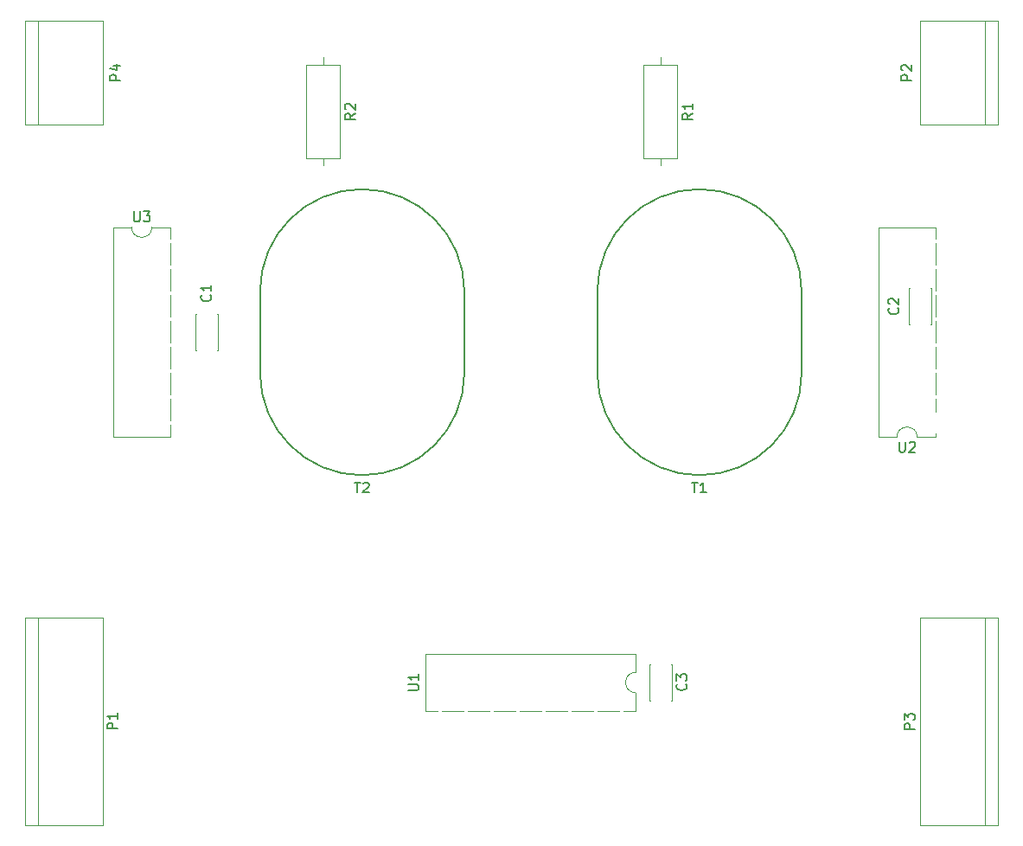
<source format=gto>
G04 #@! TF.FileFunction,Legend,Top*
%FSLAX46Y46*%
G04 Gerber Fmt 4.6, Leading zero omitted, Abs format (unit mm)*
G04 Created by KiCad (PCBNEW 4.0.6) date Sat Sep  9 17:26:42 2017*
%MOMM*%
%LPD*%
G01*
G04 APERTURE LIST*
%ADD10C,0.100000*%
%ADD11C,0.120000*%
%ADD12C,0.150000*%
%ADD13R,2.000000X2.000000*%
%ADD14O,2.000000X2.000000*%
%ADD15C,2.000000*%
%ADD16C,3.400000*%
%ADD17R,3.400000X3.400000*%
%ADD18C,3.000000*%
%ADD19C,8.400000*%
%ADD20C,4.900000*%
G04 APERTURE END LIST*
D10*
D11*
X86630000Y-42030000D02*
G75*
G02X88630000Y-42030000I1000000J0D01*
G01*
X88630000Y-42030000D02*
X90400000Y-42030000D01*
X90400000Y-42030000D02*
X90400000Y-21470000D01*
X90400000Y-21470000D02*
X84860000Y-21470000D01*
X84860000Y-21470000D02*
X84860000Y-42030000D01*
X84860000Y-42030000D02*
X86630000Y-42030000D01*
X32140000Y-5600000D02*
X28820000Y-5600000D01*
X28820000Y-5600000D02*
X28820000Y-14720000D01*
X28820000Y-14720000D02*
X32140000Y-14720000D01*
X32140000Y-14720000D02*
X32140000Y-5600000D01*
X30480000Y-4790000D02*
X30480000Y-5600000D01*
X30480000Y-15530000D02*
X30480000Y-14720000D01*
X64610000Y-64260000D02*
X64610000Y-67780000D01*
X62390000Y-64260000D02*
X62390000Y-67780000D01*
X64610000Y-64260000D02*
X64496000Y-64260000D01*
X62504000Y-64260000D02*
X62390000Y-64260000D01*
X64610000Y-67780000D02*
X64496000Y-67780000D01*
X62504000Y-67780000D02*
X62390000Y-67780000D01*
X8890000Y-59690000D02*
X1270000Y-59690000D01*
X1270000Y-80010000D02*
X8890000Y-80010000D01*
X2540000Y-80010000D02*
X2540000Y-59690000D01*
X8890000Y-59690000D02*
X8890000Y-80010000D01*
X1270000Y-59690000D02*
X1270000Y-80010000D01*
X95250000Y-1270000D02*
X95250000Y-11430000D01*
X96520000Y-1270000D02*
X88900000Y-1270000D01*
X88900000Y-1270000D02*
X88900000Y-11430000D01*
X88900000Y-11430000D02*
X96520000Y-11430000D01*
X96520000Y-11430000D02*
X96520000Y-1270000D01*
X88900000Y-80010000D02*
X96520000Y-80010000D01*
X96520000Y-59690000D02*
X88900000Y-59690000D01*
X95250000Y-59690000D02*
X95250000Y-80010000D01*
X88900000Y-80010000D02*
X88900000Y-59690000D01*
X96520000Y-80010000D02*
X96520000Y-59690000D01*
X2540000Y-11430000D02*
X2540000Y-1270000D01*
X1270000Y-11430000D02*
X8890000Y-11430000D01*
X8890000Y-11430000D02*
X8890000Y-1270000D01*
X8890000Y-1270000D02*
X1270000Y-1270000D01*
X1270000Y-1270000D02*
X1270000Y-11430000D01*
X65160000Y-5600000D02*
X61840000Y-5600000D01*
X61840000Y-5600000D02*
X61840000Y-14720000D01*
X61840000Y-14720000D02*
X65160000Y-14720000D01*
X65160000Y-14720000D02*
X65160000Y-5600000D01*
X63500000Y-4790000D02*
X63500000Y-5600000D01*
X63500000Y-15530000D02*
X63500000Y-14720000D01*
X61080000Y-67040000D02*
G75*
G02X61080000Y-65040000I0J1000000D01*
G01*
X61080000Y-65040000D02*
X61080000Y-63270000D01*
X61080000Y-63270000D02*
X40520000Y-63270000D01*
X40520000Y-63270000D02*
X40520000Y-68810000D01*
X40520000Y-68810000D02*
X61080000Y-68810000D01*
X61080000Y-68810000D02*
X61080000Y-67040000D01*
X13700000Y-21470000D02*
G75*
G02X11700000Y-21470000I-1000000J0D01*
G01*
X11700000Y-21470000D02*
X9930000Y-21470000D01*
X9930000Y-21470000D02*
X9930000Y-42030000D01*
X9930000Y-42030000D02*
X15470000Y-42030000D01*
X15470000Y-42030000D02*
X15470000Y-21470000D01*
X15470000Y-21470000D02*
X13700000Y-21470000D01*
X20160000Y-29970000D02*
X20160000Y-33490000D01*
X17940000Y-29970000D02*
X17940000Y-33490000D01*
X20160000Y-29970000D02*
X20046000Y-29970000D01*
X18054000Y-29970000D02*
X17940000Y-29970000D01*
X20160000Y-33490000D02*
X20046000Y-33490000D01*
X18054000Y-33490000D02*
X17940000Y-33490000D01*
X90010000Y-27430000D02*
X90010000Y-30950000D01*
X87790000Y-27430000D02*
X87790000Y-30950000D01*
X90010000Y-27430000D02*
X89896000Y-27430000D01*
X87904000Y-27430000D02*
X87790000Y-27430000D01*
X90010000Y-30950000D02*
X89896000Y-30950000D01*
X87904000Y-30950000D02*
X87790000Y-30950000D01*
D12*
X77310000Y-27750000D02*
X77310000Y-35750000D01*
X57310000Y-27750000D02*
X57310000Y-35750000D01*
X67310000Y-45750000D02*
G75*
G03X77310000Y-35750000I0J10000000D01*
G01*
X57310000Y-35750000D02*
G75*
G03X67310000Y-45750000I10000000J0D01*
G01*
X77310000Y-27750000D02*
G75*
G03X67310000Y-17750000I-10000000J0D01*
G01*
X67310000Y-17750000D02*
G75*
G03X57310000Y-27750000I0J-10000000D01*
G01*
X70915551Y-31750000D02*
G75*
G03X70915551Y-31750000I-3605551J0D01*
G01*
X44290000Y-27750000D02*
X44290000Y-35750000D01*
X24290000Y-27750000D02*
X24290000Y-35750000D01*
X34290000Y-45750000D02*
G75*
G03X44290000Y-35750000I0J10000000D01*
G01*
X24290000Y-35750000D02*
G75*
G03X34290000Y-45750000I10000000J0D01*
G01*
X44290000Y-27750000D02*
G75*
G03X34290000Y-17750000I-10000000J0D01*
G01*
X34290000Y-17750000D02*
G75*
G03X24290000Y-27750000I0J-10000000D01*
G01*
X37895551Y-31750000D02*
G75*
G03X37895551Y-31750000I-3605551J0D01*
G01*
D11*
X20066000Y-76200000D02*
G75*
G03X20066000Y-76200000I-2286000J0D01*
G01*
X86106000Y-10160000D02*
G75*
G03X86106000Y-10160000I-2286000J0D01*
G01*
X78486000Y-76200000D02*
G75*
G03X78486000Y-76200000I-2286000J0D01*
G01*
D12*
X86868095Y-42482381D02*
X86868095Y-43291905D01*
X86915714Y-43387143D01*
X86963333Y-43434762D01*
X87058571Y-43482381D01*
X87249048Y-43482381D01*
X87344286Y-43434762D01*
X87391905Y-43387143D01*
X87439524Y-43291905D01*
X87439524Y-42482381D01*
X87868095Y-42577619D02*
X87915714Y-42530000D01*
X88010952Y-42482381D01*
X88249048Y-42482381D01*
X88344286Y-42530000D01*
X88391905Y-42577619D01*
X88439524Y-42672857D01*
X88439524Y-42768095D01*
X88391905Y-42910952D01*
X87820476Y-43482381D01*
X88439524Y-43482381D01*
X33592381Y-10326666D02*
X33116190Y-10660000D01*
X33592381Y-10898095D02*
X32592381Y-10898095D01*
X32592381Y-10517142D01*
X32640000Y-10421904D01*
X32687619Y-10374285D01*
X32782857Y-10326666D01*
X32925714Y-10326666D01*
X33020952Y-10374285D01*
X33068571Y-10421904D01*
X33116190Y-10517142D01*
X33116190Y-10898095D01*
X32687619Y-9945714D02*
X32640000Y-9898095D01*
X32592381Y-9802857D01*
X32592381Y-9564761D01*
X32640000Y-9469523D01*
X32687619Y-9421904D01*
X32782857Y-9374285D01*
X32878095Y-9374285D01*
X33020952Y-9421904D01*
X33592381Y-9993333D01*
X33592381Y-9374285D01*
X65967143Y-66186666D02*
X66014762Y-66234285D01*
X66062381Y-66377142D01*
X66062381Y-66472380D01*
X66014762Y-66615238D01*
X65919524Y-66710476D01*
X65824286Y-66758095D01*
X65633810Y-66805714D01*
X65490952Y-66805714D01*
X65300476Y-66758095D01*
X65205238Y-66710476D01*
X65110000Y-66615238D01*
X65062381Y-66472380D01*
X65062381Y-66377142D01*
X65110000Y-66234285D01*
X65157619Y-66186666D01*
X65062381Y-65853333D02*
X65062381Y-65234285D01*
X65443333Y-65567619D01*
X65443333Y-65424761D01*
X65490952Y-65329523D01*
X65538571Y-65281904D01*
X65633810Y-65234285D01*
X65871905Y-65234285D01*
X65967143Y-65281904D01*
X66014762Y-65329523D01*
X66062381Y-65424761D01*
X66062381Y-65710476D01*
X66014762Y-65805714D01*
X65967143Y-65853333D01*
X10332381Y-70568095D02*
X9332381Y-70568095D01*
X9332381Y-70187142D01*
X9380000Y-70091904D01*
X9427619Y-70044285D01*
X9522857Y-69996666D01*
X9665714Y-69996666D01*
X9760952Y-70044285D01*
X9808571Y-70091904D01*
X9856190Y-70187142D01*
X9856190Y-70568095D01*
X10332381Y-69044285D02*
X10332381Y-69615714D01*
X10332381Y-69330000D02*
X9332381Y-69330000D01*
X9475238Y-69425238D01*
X9570476Y-69520476D01*
X9618095Y-69615714D01*
X88082381Y-7088095D02*
X87082381Y-7088095D01*
X87082381Y-6707142D01*
X87130000Y-6611904D01*
X87177619Y-6564285D01*
X87272857Y-6516666D01*
X87415714Y-6516666D01*
X87510952Y-6564285D01*
X87558571Y-6611904D01*
X87606190Y-6707142D01*
X87606190Y-7088095D01*
X87177619Y-6135714D02*
X87130000Y-6088095D01*
X87082381Y-5992857D01*
X87082381Y-5754761D01*
X87130000Y-5659523D01*
X87177619Y-5611904D01*
X87272857Y-5564285D01*
X87368095Y-5564285D01*
X87510952Y-5611904D01*
X88082381Y-6183333D01*
X88082381Y-5564285D01*
X88362381Y-70608095D02*
X87362381Y-70608095D01*
X87362381Y-70227142D01*
X87410000Y-70131904D01*
X87457619Y-70084285D01*
X87552857Y-70036666D01*
X87695714Y-70036666D01*
X87790952Y-70084285D01*
X87838571Y-70131904D01*
X87886190Y-70227142D01*
X87886190Y-70608095D01*
X87362381Y-69703333D02*
X87362381Y-69084285D01*
X87743333Y-69417619D01*
X87743333Y-69274761D01*
X87790952Y-69179523D01*
X87838571Y-69131904D01*
X87933810Y-69084285D01*
X88171905Y-69084285D01*
X88267143Y-69131904D01*
X88314762Y-69179523D01*
X88362381Y-69274761D01*
X88362381Y-69560476D01*
X88314762Y-69655714D01*
X88267143Y-69703333D01*
X10612381Y-7088095D02*
X9612381Y-7088095D01*
X9612381Y-6707142D01*
X9660000Y-6611904D01*
X9707619Y-6564285D01*
X9802857Y-6516666D01*
X9945714Y-6516666D01*
X10040952Y-6564285D01*
X10088571Y-6611904D01*
X10136190Y-6707142D01*
X10136190Y-7088095D01*
X9945714Y-5659523D02*
X10612381Y-5659523D01*
X9564762Y-5897619D02*
X10279048Y-6135714D01*
X10279048Y-5516666D01*
X66612381Y-10326666D02*
X66136190Y-10660000D01*
X66612381Y-10898095D02*
X65612381Y-10898095D01*
X65612381Y-10517142D01*
X65660000Y-10421904D01*
X65707619Y-10374285D01*
X65802857Y-10326666D01*
X65945714Y-10326666D01*
X66040952Y-10374285D01*
X66088571Y-10421904D01*
X66136190Y-10517142D01*
X66136190Y-10898095D01*
X66612381Y-9374285D02*
X66612381Y-9945714D01*
X66612381Y-9660000D02*
X65612381Y-9660000D01*
X65755238Y-9755238D01*
X65850476Y-9850476D01*
X65898095Y-9945714D01*
X38822381Y-66801905D02*
X39631905Y-66801905D01*
X39727143Y-66754286D01*
X39774762Y-66706667D01*
X39822381Y-66611429D01*
X39822381Y-66420952D01*
X39774762Y-66325714D01*
X39727143Y-66278095D01*
X39631905Y-66230476D01*
X38822381Y-66230476D01*
X39822381Y-65230476D02*
X39822381Y-65801905D01*
X39822381Y-65516191D02*
X38822381Y-65516191D01*
X38965238Y-65611429D01*
X39060476Y-65706667D01*
X39108095Y-65801905D01*
X11938095Y-19922381D02*
X11938095Y-20731905D01*
X11985714Y-20827143D01*
X12033333Y-20874762D01*
X12128571Y-20922381D01*
X12319048Y-20922381D01*
X12414286Y-20874762D01*
X12461905Y-20827143D01*
X12509524Y-20731905D01*
X12509524Y-19922381D01*
X12890476Y-19922381D02*
X13509524Y-19922381D01*
X13176190Y-20303333D01*
X13319048Y-20303333D01*
X13414286Y-20350952D01*
X13461905Y-20398571D01*
X13509524Y-20493810D01*
X13509524Y-20731905D01*
X13461905Y-20827143D01*
X13414286Y-20874762D01*
X13319048Y-20922381D01*
X13033333Y-20922381D01*
X12938095Y-20874762D01*
X12890476Y-20827143D01*
X19407143Y-28106666D02*
X19454762Y-28154285D01*
X19502381Y-28297142D01*
X19502381Y-28392380D01*
X19454762Y-28535238D01*
X19359524Y-28630476D01*
X19264286Y-28678095D01*
X19073810Y-28725714D01*
X18930952Y-28725714D01*
X18740476Y-28678095D01*
X18645238Y-28630476D01*
X18550000Y-28535238D01*
X18502381Y-28392380D01*
X18502381Y-28297142D01*
X18550000Y-28154285D01*
X18597619Y-28106666D01*
X19502381Y-27154285D02*
X19502381Y-27725714D01*
X19502381Y-27440000D02*
X18502381Y-27440000D01*
X18645238Y-27535238D01*
X18740476Y-27630476D01*
X18788095Y-27725714D01*
X86717143Y-29376666D02*
X86764762Y-29424285D01*
X86812381Y-29567142D01*
X86812381Y-29662380D01*
X86764762Y-29805238D01*
X86669524Y-29900476D01*
X86574286Y-29948095D01*
X86383810Y-29995714D01*
X86240952Y-29995714D01*
X86050476Y-29948095D01*
X85955238Y-29900476D01*
X85860000Y-29805238D01*
X85812381Y-29662380D01*
X85812381Y-29567142D01*
X85860000Y-29424285D01*
X85907619Y-29376666D01*
X85907619Y-28995714D02*
X85860000Y-28948095D01*
X85812381Y-28852857D01*
X85812381Y-28614761D01*
X85860000Y-28519523D01*
X85907619Y-28471904D01*
X86002857Y-28424285D01*
X86098095Y-28424285D01*
X86240952Y-28471904D01*
X86812381Y-29043333D01*
X86812381Y-28424285D01*
X66548095Y-46442381D02*
X67119524Y-46442381D01*
X66833809Y-47442381D02*
X66833809Y-46442381D01*
X67976667Y-47442381D02*
X67405238Y-47442381D01*
X67690952Y-47442381D02*
X67690952Y-46442381D01*
X67595714Y-46585238D01*
X67500476Y-46680476D01*
X67405238Y-46728095D01*
X33528095Y-46442381D02*
X34099524Y-46442381D01*
X33813809Y-47442381D02*
X33813809Y-46442381D01*
X34385238Y-46537619D02*
X34432857Y-46490000D01*
X34528095Y-46442381D01*
X34766191Y-46442381D01*
X34861429Y-46490000D01*
X34909048Y-46537619D01*
X34956667Y-46632857D01*
X34956667Y-46728095D01*
X34909048Y-46870952D01*
X34337619Y-47442381D01*
X34956667Y-47442381D01*
%LPC*%
D13*
X91440000Y-40640000D03*
D14*
X83820000Y-22860000D03*
X91440000Y-38100000D03*
X83820000Y-25400000D03*
X91440000Y-35560000D03*
X83820000Y-27940000D03*
X91440000Y-33020000D03*
X83820000Y-30480000D03*
X91440000Y-30480000D03*
X83820000Y-33020000D03*
X91440000Y-27940000D03*
X83820000Y-35560000D03*
X91440000Y-25400000D03*
X83820000Y-38100000D03*
X91440000Y-22860000D03*
X83820000Y-40640000D03*
D15*
X30480000Y-3810000D03*
D14*
X30480000Y-16510000D03*
D15*
X63500000Y-64770000D03*
X63500000Y-67270000D03*
D16*
X5080000Y-67310000D03*
X5080000Y-72390000D03*
D17*
X5080000Y-62230000D03*
D16*
X5080000Y-77470000D03*
D17*
X92710000Y-8890000D03*
D16*
X92710000Y-3810000D03*
X92710000Y-72390000D03*
X92710000Y-67310000D03*
D17*
X92710000Y-77470000D03*
D16*
X92710000Y-62230000D03*
D17*
X5080000Y-3810000D03*
D16*
X5080000Y-8890000D03*
D15*
X63500000Y-3810000D03*
D14*
X63500000Y-16510000D03*
D13*
X59690000Y-62230000D03*
D14*
X41910000Y-69850000D03*
X57150000Y-62230000D03*
X44450000Y-69850000D03*
X54610000Y-62230000D03*
X46990000Y-69850000D03*
X52070000Y-62230000D03*
X49530000Y-69850000D03*
X49530000Y-62230000D03*
X52070000Y-69850000D03*
X46990000Y-62230000D03*
X54610000Y-69850000D03*
X44450000Y-62230000D03*
X57150000Y-69850000D03*
X41910000Y-62230000D03*
X59690000Y-69850000D03*
D13*
X8890000Y-22860000D03*
D14*
X16510000Y-40640000D03*
X8890000Y-25400000D03*
X16510000Y-38100000D03*
X8890000Y-27940000D03*
X16510000Y-35560000D03*
X8890000Y-30480000D03*
X16510000Y-33020000D03*
X8890000Y-33020000D03*
X16510000Y-30480000D03*
X8890000Y-35560000D03*
X16510000Y-27940000D03*
X8890000Y-38100000D03*
X16510000Y-25400000D03*
X8890000Y-40640000D03*
X16510000Y-22860000D03*
D15*
X19050000Y-30480000D03*
X19050000Y-32980000D03*
X88900000Y-27940000D03*
X88900000Y-30440000D03*
D18*
X67310000Y-22750000D03*
X67310000Y-40750000D03*
X73060000Y-31750000D03*
X61560000Y-31750000D03*
X61560000Y-36250000D03*
X61560000Y-27250000D03*
X73060000Y-27250000D03*
X73035000Y-36250000D03*
X63310000Y-39750000D03*
X71310000Y-39750000D03*
X71310000Y-23750000D03*
X63310000Y-23750000D03*
D19*
X67310000Y-31750000D03*
D18*
X34290000Y-22750000D03*
X34290000Y-40750000D03*
X40040000Y-31750000D03*
X28540000Y-31750000D03*
X28540000Y-36250000D03*
X28540000Y-27250000D03*
X40040000Y-27250000D03*
X40015000Y-36250000D03*
X30290000Y-39750000D03*
X38290000Y-39750000D03*
X38290000Y-23750000D03*
X30290000Y-23750000D03*
D19*
X34290000Y-31750000D03*
D20*
X17780000Y-76200000D03*
X83820000Y-10160000D03*
X76200000Y-76200000D03*
M02*

</source>
